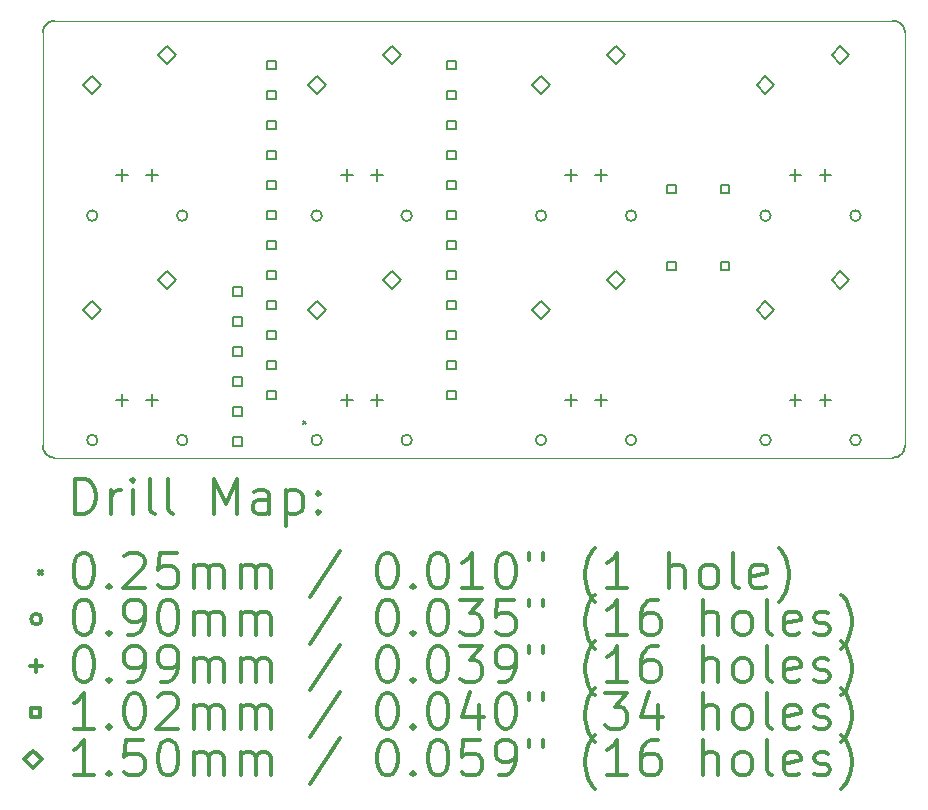
<source format=gbr>
%FSLAX45Y45*%
G04 Gerber Fmt 4.5, Leading zero omitted, Abs format (unit mm)*
G04 Created by KiCad (PCBNEW 5.0.2-bee76a0~70~ubuntu18.04.1) date Tue 19 Mar 2019 03:09:48 PM EDT*
%MOMM*%
%LPD*%
G01*
G04 APERTURE LIST*
%ADD10C,0.100000*%
%ADD11C,0.200000*%
%ADD12C,0.300000*%
G04 APERTURE END LIST*
D10*
X12100000Y-10500000D02*
X19200000Y-10500000D01*
X12000000Y-6900000D02*
X12000000Y-10400000D01*
D11*
X12100000Y-10500000D02*
G75*
G02X12000000Y-10400000I0J100000D01*
G01*
D10*
X19200000Y-6800000D02*
X12100000Y-6800000D01*
X19300000Y-10400000D02*
X19300000Y-6900000D01*
D11*
X19200000Y-6800000D02*
G75*
G02X19300000Y-6900000I0J-100000D01*
G01*
X19300000Y-10400000D02*
G75*
G02X19200000Y-10500000I-100000J0D01*
G01*
X12000000Y-6900000D02*
G75*
G02X12100000Y-6800000I100000J0D01*
G01*
D11*
X14204080Y-10187030D02*
X14229480Y-10212430D01*
X14229480Y-10187030D02*
X14204080Y-10212430D01*
X18163958Y-10350000D02*
G75*
G03X18163958Y-10350000I-44958J0D01*
G01*
X18925958Y-10350000D02*
G75*
G03X18925958Y-10350000I-44958J0D01*
G01*
X14363958Y-10350000D02*
G75*
G03X14363958Y-10350000I-44958J0D01*
G01*
X15125958Y-10350000D02*
G75*
G03X15125958Y-10350000I-44958J0D01*
G01*
X16263958Y-10350000D02*
G75*
G03X16263958Y-10350000I-44958J0D01*
G01*
X17025958Y-10350000D02*
G75*
G03X17025958Y-10350000I-44958J0D01*
G01*
X12463958Y-10350000D02*
G75*
G03X12463958Y-10350000I-44958J0D01*
G01*
X13225958Y-10350000D02*
G75*
G03X13225958Y-10350000I-44958J0D01*
G01*
X16263958Y-8450000D02*
G75*
G03X16263958Y-8450000I-44958J0D01*
G01*
X17025958Y-8450000D02*
G75*
G03X17025958Y-8450000I-44958J0D01*
G01*
X14363958Y-8450000D02*
G75*
G03X14363958Y-8450000I-44958J0D01*
G01*
X15125958Y-8450000D02*
G75*
G03X15125958Y-8450000I-44958J0D01*
G01*
X18163958Y-8450000D02*
G75*
G03X18163958Y-8450000I-44958J0D01*
G01*
X18925958Y-8450000D02*
G75*
G03X18925958Y-8450000I-44958J0D01*
G01*
X12463958Y-8450000D02*
G75*
G03X12463958Y-8450000I-44958J0D01*
G01*
X13225958Y-8450000D02*
G75*
G03X13225958Y-8450000I-44958J0D01*
G01*
X12673000Y-8058470D02*
X12673000Y-8157530D01*
X12623470Y-8108000D02*
X12722530Y-8108000D01*
X12927000Y-8058470D02*
X12927000Y-8157530D01*
X12877470Y-8108000D02*
X12976530Y-8108000D01*
X18373000Y-9958470D02*
X18373000Y-10057530D01*
X18323470Y-10008000D02*
X18422530Y-10008000D01*
X18627000Y-9958470D02*
X18627000Y-10057530D01*
X18577470Y-10008000D02*
X18676530Y-10008000D01*
X14573000Y-9958470D02*
X14573000Y-10057530D01*
X14523470Y-10008000D02*
X14622530Y-10008000D01*
X14827000Y-9958470D02*
X14827000Y-10057530D01*
X14777470Y-10008000D02*
X14876530Y-10008000D01*
X18373000Y-8058470D02*
X18373000Y-8157530D01*
X18323470Y-8108000D02*
X18422530Y-8108000D01*
X18627000Y-8058470D02*
X18627000Y-8157530D01*
X18577470Y-8108000D02*
X18676530Y-8108000D01*
X16473000Y-8058470D02*
X16473000Y-8157530D01*
X16423470Y-8108000D02*
X16522530Y-8108000D01*
X16727000Y-8058470D02*
X16727000Y-8157530D01*
X16677470Y-8108000D02*
X16776530Y-8108000D01*
X12673000Y-9958470D02*
X12673000Y-10057530D01*
X12623470Y-10008000D02*
X12722530Y-10008000D01*
X12927000Y-9958470D02*
X12927000Y-10057530D01*
X12877470Y-10008000D02*
X12976530Y-10008000D01*
X16473000Y-9958470D02*
X16473000Y-10057530D01*
X16423470Y-10008000D02*
X16522530Y-10008000D01*
X16727000Y-9958470D02*
X16727000Y-10057530D01*
X16677470Y-10008000D02*
X16776530Y-10008000D01*
X14573000Y-8058470D02*
X14573000Y-8157530D01*
X14523470Y-8108000D02*
X14622530Y-8108000D01*
X14827000Y-8058470D02*
X14827000Y-8157530D01*
X14777470Y-8108000D02*
X14876530Y-8108000D01*
X13973921Y-7211921D02*
X13973921Y-7140079D01*
X13902079Y-7140079D01*
X13902079Y-7211921D01*
X13973921Y-7211921D01*
X13973921Y-7465921D02*
X13973921Y-7394079D01*
X13902079Y-7394079D01*
X13902079Y-7465921D01*
X13973921Y-7465921D01*
X13973921Y-7719921D02*
X13973921Y-7648079D01*
X13902079Y-7648079D01*
X13902079Y-7719921D01*
X13973921Y-7719921D01*
X13973921Y-7973921D02*
X13973921Y-7902079D01*
X13902079Y-7902079D01*
X13902079Y-7973921D01*
X13973921Y-7973921D01*
X13973921Y-8227921D02*
X13973921Y-8156079D01*
X13902079Y-8156079D01*
X13902079Y-8227921D01*
X13973921Y-8227921D01*
X13973921Y-8481921D02*
X13973921Y-8410079D01*
X13902079Y-8410079D01*
X13902079Y-8481921D01*
X13973921Y-8481921D01*
X13973921Y-8735921D02*
X13973921Y-8664079D01*
X13902079Y-8664079D01*
X13902079Y-8735921D01*
X13973921Y-8735921D01*
X13973921Y-8989921D02*
X13973921Y-8918079D01*
X13902079Y-8918079D01*
X13902079Y-8989921D01*
X13973921Y-8989921D01*
X13973921Y-9243921D02*
X13973921Y-9172079D01*
X13902079Y-9172079D01*
X13902079Y-9243921D01*
X13973921Y-9243921D01*
X13973921Y-9497921D02*
X13973921Y-9426079D01*
X13902079Y-9426079D01*
X13902079Y-9497921D01*
X13973921Y-9497921D01*
X13973921Y-9751921D02*
X13973921Y-9680079D01*
X13902079Y-9680079D01*
X13902079Y-9751921D01*
X13973921Y-9751921D01*
X13973921Y-10005921D02*
X13973921Y-9934079D01*
X13902079Y-9934079D01*
X13902079Y-10005921D01*
X13973921Y-10005921D01*
X15497921Y-7211921D02*
X15497921Y-7140079D01*
X15426079Y-7140079D01*
X15426079Y-7211921D01*
X15497921Y-7211921D01*
X15497921Y-7465921D02*
X15497921Y-7394079D01*
X15426079Y-7394079D01*
X15426079Y-7465921D01*
X15497921Y-7465921D01*
X15497921Y-7719921D02*
X15497921Y-7648079D01*
X15426079Y-7648079D01*
X15426079Y-7719921D01*
X15497921Y-7719921D01*
X15497921Y-7973921D02*
X15497921Y-7902079D01*
X15426079Y-7902079D01*
X15426079Y-7973921D01*
X15497921Y-7973921D01*
X15497921Y-8227921D02*
X15497921Y-8156079D01*
X15426079Y-8156079D01*
X15426079Y-8227921D01*
X15497921Y-8227921D01*
X15497921Y-8481921D02*
X15497921Y-8410079D01*
X15426079Y-8410079D01*
X15426079Y-8481921D01*
X15497921Y-8481921D01*
X15497921Y-8735921D02*
X15497921Y-8664079D01*
X15426079Y-8664079D01*
X15426079Y-8735921D01*
X15497921Y-8735921D01*
X15497921Y-8989921D02*
X15497921Y-8918079D01*
X15426079Y-8918079D01*
X15426079Y-8989921D01*
X15497921Y-8989921D01*
X15497921Y-9243921D02*
X15497921Y-9172079D01*
X15426079Y-9172079D01*
X15426079Y-9243921D01*
X15497921Y-9243921D01*
X15497921Y-9497921D02*
X15497921Y-9426079D01*
X15426079Y-9426079D01*
X15426079Y-9497921D01*
X15497921Y-9497921D01*
X15497921Y-9751921D02*
X15497921Y-9680079D01*
X15426079Y-9680079D01*
X15426079Y-9751921D01*
X15497921Y-9751921D01*
X15497921Y-10005921D02*
X15497921Y-9934079D01*
X15426079Y-9934079D01*
X15426079Y-10005921D01*
X15497921Y-10005921D01*
X13685921Y-9127921D02*
X13685921Y-9056079D01*
X13614079Y-9056079D01*
X13614079Y-9127921D01*
X13685921Y-9127921D01*
X13685921Y-9381921D02*
X13685921Y-9310079D01*
X13614079Y-9310079D01*
X13614079Y-9381921D01*
X13685921Y-9381921D01*
X13685921Y-9635921D02*
X13685921Y-9564079D01*
X13614079Y-9564079D01*
X13614079Y-9635921D01*
X13685921Y-9635921D01*
X13685921Y-9889921D02*
X13685921Y-9818079D01*
X13614079Y-9818079D01*
X13614079Y-9889921D01*
X13685921Y-9889921D01*
X13685921Y-10143921D02*
X13685921Y-10072079D01*
X13614079Y-10072079D01*
X13614079Y-10143921D01*
X13685921Y-10143921D01*
X13685921Y-10397921D02*
X13685921Y-10326079D01*
X13614079Y-10326079D01*
X13614079Y-10397921D01*
X13685921Y-10397921D01*
X17359861Y-8260801D02*
X17359861Y-8188959D01*
X17288019Y-8188959D01*
X17288019Y-8260801D01*
X17359861Y-8260801D01*
X17359861Y-8911041D02*
X17359861Y-8839199D01*
X17288019Y-8839199D01*
X17288019Y-8911041D01*
X17359861Y-8911041D01*
X17811981Y-8260801D02*
X17811981Y-8188959D01*
X17740139Y-8188959D01*
X17740139Y-8260801D01*
X17811981Y-8260801D01*
X17811981Y-8911041D02*
X17811981Y-8839199D01*
X17740139Y-8839199D01*
X17740139Y-8911041D01*
X17811981Y-8911041D01*
X12419000Y-7420930D02*
X12493930Y-7346000D01*
X12419000Y-7271070D01*
X12344070Y-7346000D01*
X12419000Y-7420930D01*
X13054000Y-7166930D02*
X13128930Y-7092000D01*
X13054000Y-7017070D01*
X12979070Y-7092000D01*
X13054000Y-7166930D01*
X18119000Y-9320930D02*
X18193930Y-9246000D01*
X18119000Y-9171070D01*
X18044070Y-9246000D01*
X18119000Y-9320930D01*
X18754000Y-9066930D02*
X18828930Y-8992000D01*
X18754000Y-8917070D01*
X18679070Y-8992000D01*
X18754000Y-9066930D01*
X14319000Y-9320930D02*
X14393930Y-9246000D01*
X14319000Y-9171070D01*
X14244070Y-9246000D01*
X14319000Y-9320930D01*
X14954000Y-9066930D02*
X15028930Y-8992000D01*
X14954000Y-8917070D01*
X14879070Y-8992000D01*
X14954000Y-9066930D01*
X18119000Y-7420930D02*
X18193930Y-7346000D01*
X18119000Y-7271070D01*
X18044070Y-7346000D01*
X18119000Y-7420930D01*
X18754000Y-7166930D02*
X18828930Y-7092000D01*
X18754000Y-7017070D01*
X18679070Y-7092000D01*
X18754000Y-7166930D01*
X16219000Y-7420930D02*
X16293930Y-7346000D01*
X16219000Y-7271070D01*
X16144070Y-7346000D01*
X16219000Y-7420930D01*
X16854000Y-7166930D02*
X16928930Y-7092000D01*
X16854000Y-7017070D01*
X16779070Y-7092000D01*
X16854000Y-7166930D01*
X12419000Y-9320930D02*
X12493930Y-9246000D01*
X12419000Y-9171070D01*
X12344070Y-9246000D01*
X12419000Y-9320930D01*
X13054000Y-9066930D02*
X13128930Y-8992000D01*
X13054000Y-8917070D01*
X12979070Y-8992000D01*
X13054000Y-9066930D01*
X16219000Y-9320930D02*
X16293930Y-9246000D01*
X16219000Y-9171070D01*
X16144070Y-9246000D01*
X16219000Y-9320930D01*
X16854000Y-9066930D02*
X16928930Y-8992000D01*
X16854000Y-8917070D01*
X16779070Y-8992000D01*
X16854000Y-9066930D01*
X14319000Y-7420930D02*
X14393930Y-7346000D01*
X14319000Y-7271070D01*
X14244070Y-7346000D01*
X14319000Y-7420930D01*
X14954000Y-7166930D02*
X15028930Y-7092000D01*
X14954000Y-7017070D01*
X14879070Y-7092000D01*
X14954000Y-7166930D01*
D12*
X12276428Y-10975714D02*
X12276428Y-10675714D01*
X12347857Y-10675714D01*
X12390714Y-10690000D01*
X12419286Y-10718572D01*
X12433571Y-10747143D01*
X12447857Y-10804286D01*
X12447857Y-10847143D01*
X12433571Y-10904286D01*
X12419286Y-10932857D01*
X12390714Y-10961429D01*
X12347857Y-10975714D01*
X12276428Y-10975714D01*
X12576428Y-10975714D02*
X12576428Y-10775714D01*
X12576428Y-10832857D02*
X12590714Y-10804286D01*
X12605000Y-10790000D01*
X12633571Y-10775714D01*
X12662143Y-10775714D01*
X12762143Y-10975714D02*
X12762143Y-10775714D01*
X12762143Y-10675714D02*
X12747857Y-10690000D01*
X12762143Y-10704286D01*
X12776428Y-10690000D01*
X12762143Y-10675714D01*
X12762143Y-10704286D01*
X12947857Y-10975714D02*
X12919286Y-10961429D01*
X12905000Y-10932857D01*
X12905000Y-10675714D01*
X13105000Y-10975714D02*
X13076428Y-10961429D01*
X13062143Y-10932857D01*
X13062143Y-10675714D01*
X13447857Y-10975714D02*
X13447857Y-10675714D01*
X13547857Y-10890000D01*
X13647857Y-10675714D01*
X13647857Y-10975714D01*
X13919286Y-10975714D02*
X13919286Y-10818572D01*
X13905000Y-10790000D01*
X13876428Y-10775714D01*
X13819286Y-10775714D01*
X13790714Y-10790000D01*
X13919286Y-10961429D02*
X13890714Y-10975714D01*
X13819286Y-10975714D01*
X13790714Y-10961429D01*
X13776428Y-10932857D01*
X13776428Y-10904286D01*
X13790714Y-10875714D01*
X13819286Y-10861429D01*
X13890714Y-10861429D01*
X13919286Y-10847143D01*
X14062143Y-10775714D02*
X14062143Y-11075714D01*
X14062143Y-10790000D02*
X14090714Y-10775714D01*
X14147857Y-10775714D01*
X14176428Y-10790000D01*
X14190714Y-10804286D01*
X14205000Y-10832857D01*
X14205000Y-10918572D01*
X14190714Y-10947143D01*
X14176428Y-10961429D01*
X14147857Y-10975714D01*
X14090714Y-10975714D01*
X14062143Y-10961429D01*
X14333571Y-10947143D02*
X14347857Y-10961429D01*
X14333571Y-10975714D01*
X14319286Y-10961429D01*
X14333571Y-10947143D01*
X14333571Y-10975714D01*
X14333571Y-10790000D02*
X14347857Y-10804286D01*
X14333571Y-10818572D01*
X14319286Y-10804286D01*
X14333571Y-10790000D01*
X14333571Y-10818572D01*
X11964600Y-11457300D02*
X11990000Y-11482700D01*
X11990000Y-11457300D02*
X11964600Y-11482700D01*
X12333571Y-11305714D02*
X12362143Y-11305714D01*
X12390714Y-11320000D01*
X12405000Y-11334286D01*
X12419286Y-11362857D01*
X12433571Y-11420000D01*
X12433571Y-11491429D01*
X12419286Y-11548571D01*
X12405000Y-11577143D01*
X12390714Y-11591429D01*
X12362143Y-11605714D01*
X12333571Y-11605714D01*
X12305000Y-11591429D01*
X12290714Y-11577143D01*
X12276428Y-11548571D01*
X12262143Y-11491429D01*
X12262143Y-11420000D01*
X12276428Y-11362857D01*
X12290714Y-11334286D01*
X12305000Y-11320000D01*
X12333571Y-11305714D01*
X12562143Y-11577143D02*
X12576428Y-11591429D01*
X12562143Y-11605714D01*
X12547857Y-11591429D01*
X12562143Y-11577143D01*
X12562143Y-11605714D01*
X12690714Y-11334286D02*
X12705000Y-11320000D01*
X12733571Y-11305714D01*
X12805000Y-11305714D01*
X12833571Y-11320000D01*
X12847857Y-11334286D01*
X12862143Y-11362857D01*
X12862143Y-11391429D01*
X12847857Y-11434286D01*
X12676428Y-11605714D01*
X12862143Y-11605714D01*
X13133571Y-11305714D02*
X12990714Y-11305714D01*
X12976428Y-11448571D01*
X12990714Y-11434286D01*
X13019286Y-11420000D01*
X13090714Y-11420000D01*
X13119286Y-11434286D01*
X13133571Y-11448571D01*
X13147857Y-11477143D01*
X13147857Y-11548571D01*
X13133571Y-11577143D01*
X13119286Y-11591429D01*
X13090714Y-11605714D01*
X13019286Y-11605714D01*
X12990714Y-11591429D01*
X12976428Y-11577143D01*
X13276428Y-11605714D02*
X13276428Y-11405714D01*
X13276428Y-11434286D02*
X13290714Y-11420000D01*
X13319286Y-11405714D01*
X13362143Y-11405714D01*
X13390714Y-11420000D01*
X13405000Y-11448571D01*
X13405000Y-11605714D01*
X13405000Y-11448571D02*
X13419286Y-11420000D01*
X13447857Y-11405714D01*
X13490714Y-11405714D01*
X13519286Y-11420000D01*
X13533571Y-11448571D01*
X13533571Y-11605714D01*
X13676428Y-11605714D02*
X13676428Y-11405714D01*
X13676428Y-11434286D02*
X13690714Y-11420000D01*
X13719286Y-11405714D01*
X13762143Y-11405714D01*
X13790714Y-11420000D01*
X13805000Y-11448571D01*
X13805000Y-11605714D01*
X13805000Y-11448571D02*
X13819286Y-11420000D01*
X13847857Y-11405714D01*
X13890714Y-11405714D01*
X13919286Y-11420000D01*
X13933571Y-11448571D01*
X13933571Y-11605714D01*
X14519286Y-11291429D02*
X14262143Y-11677143D01*
X14905000Y-11305714D02*
X14933571Y-11305714D01*
X14962143Y-11320000D01*
X14976428Y-11334286D01*
X14990714Y-11362857D01*
X15005000Y-11420000D01*
X15005000Y-11491429D01*
X14990714Y-11548571D01*
X14976428Y-11577143D01*
X14962143Y-11591429D01*
X14933571Y-11605714D01*
X14905000Y-11605714D01*
X14876428Y-11591429D01*
X14862143Y-11577143D01*
X14847857Y-11548571D01*
X14833571Y-11491429D01*
X14833571Y-11420000D01*
X14847857Y-11362857D01*
X14862143Y-11334286D01*
X14876428Y-11320000D01*
X14905000Y-11305714D01*
X15133571Y-11577143D02*
X15147857Y-11591429D01*
X15133571Y-11605714D01*
X15119286Y-11591429D01*
X15133571Y-11577143D01*
X15133571Y-11605714D01*
X15333571Y-11305714D02*
X15362143Y-11305714D01*
X15390714Y-11320000D01*
X15405000Y-11334286D01*
X15419286Y-11362857D01*
X15433571Y-11420000D01*
X15433571Y-11491429D01*
X15419286Y-11548571D01*
X15405000Y-11577143D01*
X15390714Y-11591429D01*
X15362143Y-11605714D01*
X15333571Y-11605714D01*
X15305000Y-11591429D01*
X15290714Y-11577143D01*
X15276428Y-11548571D01*
X15262143Y-11491429D01*
X15262143Y-11420000D01*
X15276428Y-11362857D01*
X15290714Y-11334286D01*
X15305000Y-11320000D01*
X15333571Y-11305714D01*
X15719286Y-11605714D02*
X15547857Y-11605714D01*
X15633571Y-11605714D02*
X15633571Y-11305714D01*
X15605000Y-11348571D01*
X15576428Y-11377143D01*
X15547857Y-11391429D01*
X15905000Y-11305714D02*
X15933571Y-11305714D01*
X15962143Y-11320000D01*
X15976428Y-11334286D01*
X15990714Y-11362857D01*
X16005000Y-11420000D01*
X16005000Y-11491429D01*
X15990714Y-11548571D01*
X15976428Y-11577143D01*
X15962143Y-11591429D01*
X15933571Y-11605714D01*
X15905000Y-11605714D01*
X15876428Y-11591429D01*
X15862143Y-11577143D01*
X15847857Y-11548571D01*
X15833571Y-11491429D01*
X15833571Y-11420000D01*
X15847857Y-11362857D01*
X15862143Y-11334286D01*
X15876428Y-11320000D01*
X15905000Y-11305714D01*
X16119286Y-11305714D02*
X16119286Y-11362857D01*
X16233571Y-11305714D02*
X16233571Y-11362857D01*
X16676428Y-11720000D02*
X16662143Y-11705714D01*
X16633571Y-11662857D01*
X16619286Y-11634286D01*
X16605000Y-11591429D01*
X16590714Y-11520000D01*
X16590714Y-11462857D01*
X16605000Y-11391429D01*
X16619286Y-11348571D01*
X16633571Y-11320000D01*
X16662143Y-11277143D01*
X16676428Y-11262857D01*
X16947857Y-11605714D02*
X16776428Y-11605714D01*
X16862143Y-11605714D02*
X16862143Y-11305714D01*
X16833571Y-11348571D01*
X16805000Y-11377143D01*
X16776428Y-11391429D01*
X17305000Y-11605714D02*
X17305000Y-11305714D01*
X17433571Y-11605714D02*
X17433571Y-11448571D01*
X17419286Y-11420000D01*
X17390714Y-11405714D01*
X17347857Y-11405714D01*
X17319286Y-11420000D01*
X17305000Y-11434286D01*
X17619286Y-11605714D02*
X17590714Y-11591429D01*
X17576428Y-11577143D01*
X17562143Y-11548571D01*
X17562143Y-11462857D01*
X17576428Y-11434286D01*
X17590714Y-11420000D01*
X17619286Y-11405714D01*
X17662143Y-11405714D01*
X17690714Y-11420000D01*
X17705000Y-11434286D01*
X17719286Y-11462857D01*
X17719286Y-11548571D01*
X17705000Y-11577143D01*
X17690714Y-11591429D01*
X17662143Y-11605714D01*
X17619286Y-11605714D01*
X17890714Y-11605714D02*
X17862143Y-11591429D01*
X17847857Y-11562857D01*
X17847857Y-11305714D01*
X18119286Y-11591429D02*
X18090714Y-11605714D01*
X18033571Y-11605714D01*
X18005000Y-11591429D01*
X17990714Y-11562857D01*
X17990714Y-11448571D01*
X18005000Y-11420000D01*
X18033571Y-11405714D01*
X18090714Y-11405714D01*
X18119286Y-11420000D01*
X18133571Y-11448571D01*
X18133571Y-11477143D01*
X17990714Y-11505714D01*
X18233571Y-11720000D02*
X18247857Y-11705714D01*
X18276428Y-11662857D01*
X18290714Y-11634286D01*
X18305000Y-11591429D01*
X18319286Y-11520000D01*
X18319286Y-11462857D01*
X18305000Y-11391429D01*
X18290714Y-11348571D01*
X18276428Y-11320000D01*
X18247857Y-11277143D01*
X18233571Y-11262857D01*
X11990000Y-11866000D02*
G75*
G03X11990000Y-11866000I-44958J0D01*
G01*
X12333571Y-11701714D02*
X12362143Y-11701714D01*
X12390714Y-11716000D01*
X12405000Y-11730286D01*
X12419286Y-11758857D01*
X12433571Y-11816000D01*
X12433571Y-11887429D01*
X12419286Y-11944571D01*
X12405000Y-11973143D01*
X12390714Y-11987429D01*
X12362143Y-12001714D01*
X12333571Y-12001714D01*
X12305000Y-11987429D01*
X12290714Y-11973143D01*
X12276428Y-11944571D01*
X12262143Y-11887429D01*
X12262143Y-11816000D01*
X12276428Y-11758857D01*
X12290714Y-11730286D01*
X12305000Y-11716000D01*
X12333571Y-11701714D01*
X12562143Y-11973143D02*
X12576428Y-11987429D01*
X12562143Y-12001714D01*
X12547857Y-11987429D01*
X12562143Y-11973143D01*
X12562143Y-12001714D01*
X12719286Y-12001714D02*
X12776428Y-12001714D01*
X12805000Y-11987429D01*
X12819286Y-11973143D01*
X12847857Y-11930286D01*
X12862143Y-11873143D01*
X12862143Y-11758857D01*
X12847857Y-11730286D01*
X12833571Y-11716000D01*
X12805000Y-11701714D01*
X12747857Y-11701714D01*
X12719286Y-11716000D01*
X12705000Y-11730286D01*
X12690714Y-11758857D01*
X12690714Y-11830286D01*
X12705000Y-11858857D01*
X12719286Y-11873143D01*
X12747857Y-11887429D01*
X12805000Y-11887429D01*
X12833571Y-11873143D01*
X12847857Y-11858857D01*
X12862143Y-11830286D01*
X13047857Y-11701714D02*
X13076428Y-11701714D01*
X13105000Y-11716000D01*
X13119286Y-11730286D01*
X13133571Y-11758857D01*
X13147857Y-11816000D01*
X13147857Y-11887429D01*
X13133571Y-11944571D01*
X13119286Y-11973143D01*
X13105000Y-11987429D01*
X13076428Y-12001714D01*
X13047857Y-12001714D01*
X13019286Y-11987429D01*
X13005000Y-11973143D01*
X12990714Y-11944571D01*
X12976428Y-11887429D01*
X12976428Y-11816000D01*
X12990714Y-11758857D01*
X13005000Y-11730286D01*
X13019286Y-11716000D01*
X13047857Y-11701714D01*
X13276428Y-12001714D02*
X13276428Y-11801714D01*
X13276428Y-11830286D02*
X13290714Y-11816000D01*
X13319286Y-11801714D01*
X13362143Y-11801714D01*
X13390714Y-11816000D01*
X13405000Y-11844571D01*
X13405000Y-12001714D01*
X13405000Y-11844571D02*
X13419286Y-11816000D01*
X13447857Y-11801714D01*
X13490714Y-11801714D01*
X13519286Y-11816000D01*
X13533571Y-11844571D01*
X13533571Y-12001714D01*
X13676428Y-12001714D02*
X13676428Y-11801714D01*
X13676428Y-11830286D02*
X13690714Y-11816000D01*
X13719286Y-11801714D01*
X13762143Y-11801714D01*
X13790714Y-11816000D01*
X13805000Y-11844571D01*
X13805000Y-12001714D01*
X13805000Y-11844571D02*
X13819286Y-11816000D01*
X13847857Y-11801714D01*
X13890714Y-11801714D01*
X13919286Y-11816000D01*
X13933571Y-11844571D01*
X13933571Y-12001714D01*
X14519286Y-11687429D02*
X14262143Y-12073143D01*
X14905000Y-11701714D02*
X14933571Y-11701714D01*
X14962143Y-11716000D01*
X14976428Y-11730286D01*
X14990714Y-11758857D01*
X15005000Y-11816000D01*
X15005000Y-11887429D01*
X14990714Y-11944571D01*
X14976428Y-11973143D01*
X14962143Y-11987429D01*
X14933571Y-12001714D01*
X14905000Y-12001714D01*
X14876428Y-11987429D01*
X14862143Y-11973143D01*
X14847857Y-11944571D01*
X14833571Y-11887429D01*
X14833571Y-11816000D01*
X14847857Y-11758857D01*
X14862143Y-11730286D01*
X14876428Y-11716000D01*
X14905000Y-11701714D01*
X15133571Y-11973143D02*
X15147857Y-11987429D01*
X15133571Y-12001714D01*
X15119286Y-11987429D01*
X15133571Y-11973143D01*
X15133571Y-12001714D01*
X15333571Y-11701714D02*
X15362143Y-11701714D01*
X15390714Y-11716000D01*
X15405000Y-11730286D01*
X15419286Y-11758857D01*
X15433571Y-11816000D01*
X15433571Y-11887429D01*
X15419286Y-11944571D01*
X15405000Y-11973143D01*
X15390714Y-11987429D01*
X15362143Y-12001714D01*
X15333571Y-12001714D01*
X15305000Y-11987429D01*
X15290714Y-11973143D01*
X15276428Y-11944571D01*
X15262143Y-11887429D01*
X15262143Y-11816000D01*
X15276428Y-11758857D01*
X15290714Y-11730286D01*
X15305000Y-11716000D01*
X15333571Y-11701714D01*
X15533571Y-11701714D02*
X15719286Y-11701714D01*
X15619286Y-11816000D01*
X15662143Y-11816000D01*
X15690714Y-11830286D01*
X15705000Y-11844571D01*
X15719286Y-11873143D01*
X15719286Y-11944571D01*
X15705000Y-11973143D01*
X15690714Y-11987429D01*
X15662143Y-12001714D01*
X15576428Y-12001714D01*
X15547857Y-11987429D01*
X15533571Y-11973143D01*
X15990714Y-11701714D02*
X15847857Y-11701714D01*
X15833571Y-11844571D01*
X15847857Y-11830286D01*
X15876428Y-11816000D01*
X15947857Y-11816000D01*
X15976428Y-11830286D01*
X15990714Y-11844571D01*
X16005000Y-11873143D01*
X16005000Y-11944571D01*
X15990714Y-11973143D01*
X15976428Y-11987429D01*
X15947857Y-12001714D01*
X15876428Y-12001714D01*
X15847857Y-11987429D01*
X15833571Y-11973143D01*
X16119286Y-11701714D02*
X16119286Y-11758857D01*
X16233571Y-11701714D02*
X16233571Y-11758857D01*
X16676428Y-12116000D02*
X16662143Y-12101714D01*
X16633571Y-12058857D01*
X16619286Y-12030286D01*
X16605000Y-11987429D01*
X16590714Y-11916000D01*
X16590714Y-11858857D01*
X16605000Y-11787429D01*
X16619286Y-11744571D01*
X16633571Y-11716000D01*
X16662143Y-11673143D01*
X16676428Y-11658857D01*
X16947857Y-12001714D02*
X16776428Y-12001714D01*
X16862143Y-12001714D02*
X16862143Y-11701714D01*
X16833571Y-11744571D01*
X16805000Y-11773143D01*
X16776428Y-11787429D01*
X17205000Y-11701714D02*
X17147857Y-11701714D01*
X17119286Y-11716000D01*
X17105000Y-11730286D01*
X17076428Y-11773143D01*
X17062143Y-11830286D01*
X17062143Y-11944571D01*
X17076428Y-11973143D01*
X17090714Y-11987429D01*
X17119286Y-12001714D01*
X17176428Y-12001714D01*
X17205000Y-11987429D01*
X17219286Y-11973143D01*
X17233571Y-11944571D01*
X17233571Y-11873143D01*
X17219286Y-11844571D01*
X17205000Y-11830286D01*
X17176428Y-11816000D01*
X17119286Y-11816000D01*
X17090714Y-11830286D01*
X17076428Y-11844571D01*
X17062143Y-11873143D01*
X17590714Y-12001714D02*
X17590714Y-11701714D01*
X17719286Y-12001714D02*
X17719286Y-11844571D01*
X17705000Y-11816000D01*
X17676428Y-11801714D01*
X17633571Y-11801714D01*
X17605000Y-11816000D01*
X17590714Y-11830286D01*
X17905000Y-12001714D02*
X17876428Y-11987429D01*
X17862143Y-11973143D01*
X17847857Y-11944571D01*
X17847857Y-11858857D01*
X17862143Y-11830286D01*
X17876428Y-11816000D01*
X17905000Y-11801714D01*
X17947857Y-11801714D01*
X17976428Y-11816000D01*
X17990714Y-11830286D01*
X18005000Y-11858857D01*
X18005000Y-11944571D01*
X17990714Y-11973143D01*
X17976428Y-11987429D01*
X17947857Y-12001714D01*
X17905000Y-12001714D01*
X18176428Y-12001714D02*
X18147857Y-11987429D01*
X18133571Y-11958857D01*
X18133571Y-11701714D01*
X18405000Y-11987429D02*
X18376428Y-12001714D01*
X18319286Y-12001714D01*
X18290714Y-11987429D01*
X18276428Y-11958857D01*
X18276428Y-11844571D01*
X18290714Y-11816000D01*
X18319286Y-11801714D01*
X18376428Y-11801714D01*
X18405000Y-11816000D01*
X18419286Y-11844571D01*
X18419286Y-11873143D01*
X18276428Y-11901714D01*
X18533571Y-11987429D02*
X18562143Y-12001714D01*
X18619286Y-12001714D01*
X18647857Y-11987429D01*
X18662143Y-11958857D01*
X18662143Y-11944571D01*
X18647857Y-11916000D01*
X18619286Y-11901714D01*
X18576428Y-11901714D01*
X18547857Y-11887429D01*
X18533571Y-11858857D01*
X18533571Y-11844571D01*
X18547857Y-11816000D01*
X18576428Y-11801714D01*
X18619286Y-11801714D01*
X18647857Y-11816000D01*
X18762143Y-12116000D02*
X18776428Y-12101714D01*
X18805000Y-12058857D01*
X18819286Y-12030286D01*
X18833571Y-11987429D01*
X18847857Y-11916000D01*
X18847857Y-11858857D01*
X18833571Y-11787429D01*
X18819286Y-11744571D01*
X18805000Y-11716000D01*
X18776428Y-11673143D01*
X18762143Y-11658857D01*
X11940470Y-12212470D02*
X11940470Y-12311530D01*
X11890940Y-12262000D02*
X11990000Y-12262000D01*
X12333571Y-12097714D02*
X12362143Y-12097714D01*
X12390714Y-12112000D01*
X12405000Y-12126286D01*
X12419286Y-12154857D01*
X12433571Y-12212000D01*
X12433571Y-12283429D01*
X12419286Y-12340571D01*
X12405000Y-12369143D01*
X12390714Y-12383429D01*
X12362143Y-12397714D01*
X12333571Y-12397714D01*
X12305000Y-12383429D01*
X12290714Y-12369143D01*
X12276428Y-12340571D01*
X12262143Y-12283429D01*
X12262143Y-12212000D01*
X12276428Y-12154857D01*
X12290714Y-12126286D01*
X12305000Y-12112000D01*
X12333571Y-12097714D01*
X12562143Y-12369143D02*
X12576428Y-12383429D01*
X12562143Y-12397714D01*
X12547857Y-12383429D01*
X12562143Y-12369143D01*
X12562143Y-12397714D01*
X12719286Y-12397714D02*
X12776428Y-12397714D01*
X12805000Y-12383429D01*
X12819286Y-12369143D01*
X12847857Y-12326286D01*
X12862143Y-12269143D01*
X12862143Y-12154857D01*
X12847857Y-12126286D01*
X12833571Y-12112000D01*
X12805000Y-12097714D01*
X12747857Y-12097714D01*
X12719286Y-12112000D01*
X12705000Y-12126286D01*
X12690714Y-12154857D01*
X12690714Y-12226286D01*
X12705000Y-12254857D01*
X12719286Y-12269143D01*
X12747857Y-12283429D01*
X12805000Y-12283429D01*
X12833571Y-12269143D01*
X12847857Y-12254857D01*
X12862143Y-12226286D01*
X13005000Y-12397714D02*
X13062143Y-12397714D01*
X13090714Y-12383429D01*
X13105000Y-12369143D01*
X13133571Y-12326286D01*
X13147857Y-12269143D01*
X13147857Y-12154857D01*
X13133571Y-12126286D01*
X13119286Y-12112000D01*
X13090714Y-12097714D01*
X13033571Y-12097714D01*
X13005000Y-12112000D01*
X12990714Y-12126286D01*
X12976428Y-12154857D01*
X12976428Y-12226286D01*
X12990714Y-12254857D01*
X13005000Y-12269143D01*
X13033571Y-12283429D01*
X13090714Y-12283429D01*
X13119286Y-12269143D01*
X13133571Y-12254857D01*
X13147857Y-12226286D01*
X13276428Y-12397714D02*
X13276428Y-12197714D01*
X13276428Y-12226286D02*
X13290714Y-12212000D01*
X13319286Y-12197714D01*
X13362143Y-12197714D01*
X13390714Y-12212000D01*
X13405000Y-12240571D01*
X13405000Y-12397714D01*
X13405000Y-12240571D02*
X13419286Y-12212000D01*
X13447857Y-12197714D01*
X13490714Y-12197714D01*
X13519286Y-12212000D01*
X13533571Y-12240571D01*
X13533571Y-12397714D01*
X13676428Y-12397714D02*
X13676428Y-12197714D01*
X13676428Y-12226286D02*
X13690714Y-12212000D01*
X13719286Y-12197714D01*
X13762143Y-12197714D01*
X13790714Y-12212000D01*
X13805000Y-12240571D01*
X13805000Y-12397714D01*
X13805000Y-12240571D02*
X13819286Y-12212000D01*
X13847857Y-12197714D01*
X13890714Y-12197714D01*
X13919286Y-12212000D01*
X13933571Y-12240571D01*
X13933571Y-12397714D01*
X14519286Y-12083429D02*
X14262143Y-12469143D01*
X14905000Y-12097714D02*
X14933571Y-12097714D01*
X14962143Y-12112000D01*
X14976428Y-12126286D01*
X14990714Y-12154857D01*
X15005000Y-12212000D01*
X15005000Y-12283429D01*
X14990714Y-12340571D01*
X14976428Y-12369143D01*
X14962143Y-12383429D01*
X14933571Y-12397714D01*
X14905000Y-12397714D01*
X14876428Y-12383429D01*
X14862143Y-12369143D01*
X14847857Y-12340571D01*
X14833571Y-12283429D01*
X14833571Y-12212000D01*
X14847857Y-12154857D01*
X14862143Y-12126286D01*
X14876428Y-12112000D01*
X14905000Y-12097714D01*
X15133571Y-12369143D02*
X15147857Y-12383429D01*
X15133571Y-12397714D01*
X15119286Y-12383429D01*
X15133571Y-12369143D01*
X15133571Y-12397714D01*
X15333571Y-12097714D02*
X15362143Y-12097714D01*
X15390714Y-12112000D01*
X15405000Y-12126286D01*
X15419286Y-12154857D01*
X15433571Y-12212000D01*
X15433571Y-12283429D01*
X15419286Y-12340571D01*
X15405000Y-12369143D01*
X15390714Y-12383429D01*
X15362143Y-12397714D01*
X15333571Y-12397714D01*
X15305000Y-12383429D01*
X15290714Y-12369143D01*
X15276428Y-12340571D01*
X15262143Y-12283429D01*
X15262143Y-12212000D01*
X15276428Y-12154857D01*
X15290714Y-12126286D01*
X15305000Y-12112000D01*
X15333571Y-12097714D01*
X15533571Y-12097714D02*
X15719286Y-12097714D01*
X15619286Y-12212000D01*
X15662143Y-12212000D01*
X15690714Y-12226286D01*
X15705000Y-12240571D01*
X15719286Y-12269143D01*
X15719286Y-12340571D01*
X15705000Y-12369143D01*
X15690714Y-12383429D01*
X15662143Y-12397714D01*
X15576428Y-12397714D01*
X15547857Y-12383429D01*
X15533571Y-12369143D01*
X15862143Y-12397714D02*
X15919286Y-12397714D01*
X15947857Y-12383429D01*
X15962143Y-12369143D01*
X15990714Y-12326286D01*
X16005000Y-12269143D01*
X16005000Y-12154857D01*
X15990714Y-12126286D01*
X15976428Y-12112000D01*
X15947857Y-12097714D01*
X15890714Y-12097714D01*
X15862143Y-12112000D01*
X15847857Y-12126286D01*
X15833571Y-12154857D01*
X15833571Y-12226286D01*
X15847857Y-12254857D01*
X15862143Y-12269143D01*
X15890714Y-12283429D01*
X15947857Y-12283429D01*
X15976428Y-12269143D01*
X15990714Y-12254857D01*
X16005000Y-12226286D01*
X16119286Y-12097714D02*
X16119286Y-12154857D01*
X16233571Y-12097714D02*
X16233571Y-12154857D01*
X16676428Y-12512000D02*
X16662143Y-12497714D01*
X16633571Y-12454857D01*
X16619286Y-12426286D01*
X16605000Y-12383429D01*
X16590714Y-12312000D01*
X16590714Y-12254857D01*
X16605000Y-12183429D01*
X16619286Y-12140571D01*
X16633571Y-12112000D01*
X16662143Y-12069143D01*
X16676428Y-12054857D01*
X16947857Y-12397714D02*
X16776428Y-12397714D01*
X16862143Y-12397714D02*
X16862143Y-12097714D01*
X16833571Y-12140571D01*
X16805000Y-12169143D01*
X16776428Y-12183429D01*
X17205000Y-12097714D02*
X17147857Y-12097714D01*
X17119286Y-12112000D01*
X17105000Y-12126286D01*
X17076428Y-12169143D01*
X17062143Y-12226286D01*
X17062143Y-12340571D01*
X17076428Y-12369143D01*
X17090714Y-12383429D01*
X17119286Y-12397714D01*
X17176428Y-12397714D01*
X17205000Y-12383429D01*
X17219286Y-12369143D01*
X17233571Y-12340571D01*
X17233571Y-12269143D01*
X17219286Y-12240571D01*
X17205000Y-12226286D01*
X17176428Y-12212000D01*
X17119286Y-12212000D01*
X17090714Y-12226286D01*
X17076428Y-12240571D01*
X17062143Y-12269143D01*
X17590714Y-12397714D02*
X17590714Y-12097714D01*
X17719286Y-12397714D02*
X17719286Y-12240571D01*
X17705000Y-12212000D01*
X17676428Y-12197714D01*
X17633571Y-12197714D01*
X17605000Y-12212000D01*
X17590714Y-12226286D01*
X17905000Y-12397714D02*
X17876428Y-12383429D01*
X17862143Y-12369143D01*
X17847857Y-12340571D01*
X17847857Y-12254857D01*
X17862143Y-12226286D01*
X17876428Y-12212000D01*
X17905000Y-12197714D01*
X17947857Y-12197714D01*
X17976428Y-12212000D01*
X17990714Y-12226286D01*
X18005000Y-12254857D01*
X18005000Y-12340571D01*
X17990714Y-12369143D01*
X17976428Y-12383429D01*
X17947857Y-12397714D01*
X17905000Y-12397714D01*
X18176428Y-12397714D02*
X18147857Y-12383429D01*
X18133571Y-12354857D01*
X18133571Y-12097714D01*
X18405000Y-12383429D02*
X18376428Y-12397714D01*
X18319286Y-12397714D01*
X18290714Y-12383429D01*
X18276428Y-12354857D01*
X18276428Y-12240571D01*
X18290714Y-12212000D01*
X18319286Y-12197714D01*
X18376428Y-12197714D01*
X18405000Y-12212000D01*
X18419286Y-12240571D01*
X18419286Y-12269143D01*
X18276428Y-12297714D01*
X18533571Y-12383429D02*
X18562143Y-12397714D01*
X18619286Y-12397714D01*
X18647857Y-12383429D01*
X18662143Y-12354857D01*
X18662143Y-12340571D01*
X18647857Y-12312000D01*
X18619286Y-12297714D01*
X18576428Y-12297714D01*
X18547857Y-12283429D01*
X18533571Y-12254857D01*
X18533571Y-12240571D01*
X18547857Y-12212000D01*
X18576428Y-12197714D01*
X18619286Y-12197714D01*
X18647857Y-12212000D01*
X18762143Y-12512000D02*
X18776428Y-12497714D01*
X18805000Y-12454857D01*
X18819286Y-12426286D01*
X18833571Y-12383429D01*
X18847857Y-12312000D01*
X18847857Y-12254857D01*
X18833571Y-12183429D01*
X18819286Y-12140571D01*
X18805000Y-12112000D01*
X18776428Y-12069143D01*
X18762143Y-12054857D01*
X11975121Y-12693921D02*
X11975121Y-12622079D01*
X11903278Y-12622079D01*
X11903278Y-12693921D01*
X11975121Y-12693921D01*
X12433571Y-12793714D02*
X12262143Y-12793714D01*
X12347857Y-12793714D02*
X12347857Y-12493714D01*
X12319286Y-12536571D01*
X12290714Y-12565143D01*
X12262143Y-12579429D01*
X12562143Y-12765143D02*
X12576428Y-12779429D01*
X12562143Y-12793714D01*
X12547857Y-12779429D01*
X12562143Y-12765143D01*
X12562143Y-12793714D01*
X12762143Y-12493714D02*
X12790714Y-12493714D01*
X12819286Y-12508000D01*
X12833571Y-12522286D01*
X12847857Y-12550857D01*
X12862143Y-12608000D01*
X12862143Y-12679429D01*
X12847857Y-12736571D01*
X12833571Y-12765143D01*
X12819286Y-12779429D01*
X12790714Y-12793714D01*
X12762143Y-12793714D01*
X12733571Y-12779429D01*
X12719286Y-12765143D01*
X12705000Y-12736571D01*
X12690714Y-12679429D01*
X12690714Y-12608000D01*
X12705000Y-12550857D01*
X12719286Y-12522286D01*
X12733571Y-12508000D01*
X12762143Y-12493714D01*
X12976428Y-12522286D02*
X12990714Y-12508000D01*
X13019286Y-12493714D01*
X13090714Y-12493714D01*
X13119286Y-12508000D01*
X13133571Y-12522286D01*
X13147857Y-12550857D01*
X13147857Y-12579429D01*
X13133571Y-12622286D01*
X12962143Y-12793714D01*
X13147857Y-12793714D01*
X13276428Y-12793714D02*
X13276428Y-12593714D01*
X13276428Y-12622286D02*
X13290714Y-12608000D01*
X13319286Y-12593714D01*
X13362143Y-12593714D01*
X13390714Y-12608000D01*
X13405000Y-12636571D01*
X13405000Y-12793714D01*
X13405000Y-12636571D02*
X13419286Y-12608000D01*
X13447857Y-12593714D01*
X13490714Y-12593714D01*
X13519286Y-12608000D01*
X13533571Y-12636571D01*
X13533571Y-12793714D01*
X13676428Y-12793714D02*
X13676428Y-12593714D01*
X13676428Y-12622286D02*
X13690714Y-12608000D01*
X13719286Y-12593714D01*
X13762143Y-12593714D01*
X13790714Y-12608000D01*
X13805000Y-12636571D01*
X13805000Y-12793714D01*
X13805000Y-12636571D02*
X13819286Y-12608000D01*
X13847857Y-12593714D01*
X13890714Y-12593714D01*
X13919286Y-12608000D01*
X13933571Y-12636571D01*
X13933571Y-12793714D01*
X14519286Y-12479429D02*
X14262143Y-12865143D01*
X14905000Y-12493714D02*
X14933571Y-12493714D01*
X14962143Y-12508000D01*
X14976428Y-12522286D01*
X14990714Y-12550857D01*
X15005000Y-12608000D01*
X15005000Y-12679429D01*
X14990714Y-12736571D01*
X14976428Y-12765143D01*
X14962143Y-12779429D01*
X14933571Y-12793714D01*
X14905000Y-12793714D01*
X14876428Y-12779429D01*
X14862143Y-12765143D01*
X14847857Y-12736571D01*
X14833571Y-12679429D01*
X14833571Y-12608000D01*
X14847857Y-12550857D01*
X14862143Y-12522286D01*
X14876428Y-12508000D01*
X14905000Y-12493714D01*
X15133571Y-12765143D02*
X15147857Y-12779429D01*
X15133571Y-12793714D01*
X15119286Y-12779429D01*
X15133571Y-12765143D01*
X15133571Y-12793714D01*
X15333571Y-12493714D02*
X15362143Y-12493714D01*
X15390714Y-12508000D01*
X15405000Y-12522286D01*
X15419286Y-12550857D01*
X15433571Y-12608000D01*
X15433571Y-12679429D01*
X15419286Y-12736571D01*
X15405000Y-12765143D01*
X15390714Y-12779429D01*
X15362143Y-12793714D01*
X15333571Y-12793714D01*
X15305000Y-12779429D01*
X15290714Y-12765143D01*
X15276428Y-12736571D01*
X15262143Y-12679429D01*
X15262143Y-12608000D01*
X15276428Y-12550857D01*
X15290714Y-12522286D01*
X15305000Y-12508000D01*
X15333571Y-12493714D01*
X15690714Y-12593714D02*
X15690714Y-12793714D01*
X15619286Y-12479429D02*
X15547857Y-12693714D01*
X15733571Y-12693714D01*
X15905000Y-12493714D02*
X15933571Y-12493714D01*
X15962143Y-12508000D01*
X15976428Y-12522286D01*
X15990714Y-12550857D01*
X16005000Y-12608000D01*
X16005000Y-12679429D01*
X15990714Y-12736571D01*
X15976428Y-12765143D01*
X15962143Y-12779429D01*
X15933571Y-12793714D01*
X15905000Y-12793714D01*
X15876428Y-12779429D01*
X15862143Y-12765143D01*
X15847857Y-12736571D01*
X15833571Y-12679429D01*
X15833571Y-12608000D01*
X15847857Y-12550857D01*
X15862143Y-12522286D01*
X15876428Y-12508000D01*
X15905000Y-12493714D01*
X16119286Y-12493714D02*
X16119286Y-12550857D01*
X16233571Y-12493714D02*
X16233571Y-12550857D01*
X16676428Y-12908000D02*
X16662143Y-12893714D01*
X16633571Y-12850857D01*
X16619286Y-12822286D01*
X16605000Y-12779429D01*
X16590714Y-12708000D01*
X16590714Y-12650857D01*
X16605000Y-12579429D01*
X16619286Y-12536571D01*
X16633571Y-12508000D01*
X16662143Y-12465143D01*
X16676428Y-12450857D01*
X16762143Y-12493714D02*
X16947857Y-12493714D01*
X16847857Y-12608000D01*
X16890714Y-12608000D01*
X16919286Y-12622286D01*
X16933571Y-12636571D01*
X16947857Y-12665143D01*
X16947857Y-12736571D01*
X16933571Y-12765143D01*
X16919286Y-12779429D01*
X16890714Y-12793714D01*
X16805000Y-12793714D01*
X16776428Y-12779429D01*
X16762143Y-12765143D01*
X17205000Y-12593714D02*
X17205000Y-12793714D01*
X17133571Y-12479429D02*
X17062143Y-12693714D01*
X17247857Y-12693714D01*
X17590714Y-12793714D02*
X17590714Y-12493714D01*
X17719286Y-12793714D02*
X17719286Y-12636571D01*
X17705000Y-12608000D01*
X17676428Y-12593714D01*
X17633571Y-12593714D01*
X17605000Y-12608000D01*
X17590714Y-12622286D01*
X17905000Y-12793714D02*
X17876428Y-12779429D01*
X17862143Y-12765143D01*
X17847857Y-12736571D01*
X17847857Y-12650857D01*
X17862143Y-12622286D01*
X17876428Y-12608000D01*
X17905000Y-12593714D01*
X17947857Y-12593714D01*
X17976428Y-12608000D01*
X17990714Y-12622286D01*
X18005000Y-12650857D01*
X18005000Y-12736571D01*
X17990714Y-12765143D01*
X17976428Y-12779429D01*
X17947857Y-12793714D01*
X17905000Y-12793714D01*
X18176428Y-12793714D02*
X18147857Y-12779429D01*
X18133571Y-12750857D01*
X18133571Y-12493714D01*
X18405000Y-12779429D02*
X18376428Y-12793714D01*
X18319286Y-12793714D01*
X18290714Y-12779429D01*
X18276428Y-12750857D01*
X18276428Y-12636571D01*
X18290714Y-12608000D01*
X18319286Y-12593714D01*
X18376428Y-12593714D01*
X18405000Y-12608000D01*
X18419286Y-12636571D01*
X18419286Y-12665143D01*
X18276428Y-12693714D01*
X18533571Y-12779429D02*
X18562143Y-12793714D01*
X18619286Y-12793714D01*
X18647857Y-12779429D01*
X18662143Y-12750857D01*
X18662143Y-12736571D01*
X18647857Y-12708000D01*
X18619286Y-12693714D01*
X18576428Y-12693714D01*
X18547857Y-12679429D01*
X18533571Y-12650857D01*
X18533571Y-12636571D01*
X18547857Y-12608000D01*
X18576428Y-12593714D01*
X18619286Y-12593714D01*
X18647857Y-12608000D01*
X18762143Y-12908000D02*
X18776428Y-12893714D01*
X18805000Y-12850857D01*
X18819286Y-12822286D01*
X18833571Y-12779429D01*
X18847857Y-12708000D01*
X18847857Y-12650857D01*
X18833571Y-12579429D01*
X18819286Y-12536571D01*
X18805000Y-12508000D01*
X18776428Y-12465143D01*
X18762143Y-12450857D01*
X11915070Y-13128930D02*
X11990000Y-13054000D01*
X11915070Y-12979070D01*
X11840140Y-13054000D01*
X11915070Y-13128930D01*
X12433571Y-13189714D02*
X12262143Y-13189714D01*
X12347857Y-13189714D02*
X12347857Y-12889714D01*
X12319286Y-12932571D01*
X12290714Y-12961143D01*
X12262143Y-12975429D01*
X12562143Y-13161143D02*
X12576428Y-13175429D01*
X12562143Y-13189714D01*
X12547857Y-13175429D01*
X12562143Y-13161143D01*
X12562143Y-13189714D01*
X12847857Y-12889714D02*
X12705000Y-12889714D01*
X12690714Y-13032571D01*
X12705000Y-13018286D01*
X12733571Y-13004000D01*
X12805000Y-13004000D01*
X12833571Y-13018286D01*
X12847857Y-13032571D01*
X12862143Y-13061143D01*
X12862143Y-13132571D01*
X12847857Y-13161143D01*
X12833571Y-13175429D01*
X12805000Y-13189714D01*
X12733571Y-13189714D01*
X12705000Y-13175429D01*
X12690714Y-13161143D01*
X13047857Y-12889714D02*
X13076428Y-12889714D01*
X13105000Y-12904000D01*
X13119286Y-12918286D01*
X13133571Y-12946857D01*
X13147857Y-13004000D01*
X13147857Y-13075429D01*
X13133571Y-13132571D01*
X13119286Y-13161143D01*
X13105000Y-13175429D01*
X13076428Y-13189714D01*
X13047857Y-13189714D01*
X13019286Y-13175429D01*
X13005000Y-13161143D01*
X12990714Y-13132571D01*
X12976428Y-13075429D01*
X12976428Y-13004000D01*
X12990714Y-12946857D01*
X13005000Y-12918286D01*
X13019286Y-12904000D01*
X13047857Y-12889714D01*
X13276428Y-13189714D02*
X13276428Y-12989714D01*
X13276428Y-13018286D02*
X13290714Y-13004000D01*
X13319286Y-12989714D01*
X13362143Y-12989714D01*
X13390714Y-13004000D01*
X13405000Y-13032571D01*
X13405000Y-13189714D01*
X13405000Y-13032571D02*
X13419286Y-13004000D01*
X13447857Y-12989714D01*
X13490714Y-12989714D01*
X13519286Y-13004000D01*
X13533571Y-13032571D01*
X13533571Y-13189714D01*
X13676428Y-13189714D02*
X13676428Y-12989714D01*
X13676428Y-13018286D02*
X13690714Y-13004000D01*
X13719286Y-12989714D01*
X13762143Y-12989714D01*
X13790714Y-13004000D01*
X13805000Y-13032571D01*
X13805000Y-13189714D01*
X13805000Y-13032571D02*
X13819286Y-13004000D01*
X13847857Y-12989714D01*
X13890714Y-12989714D01*
X13919286Y-13004000D01*
X13933571Y-13032571D01*
X13933571Y-13189714D01*
X14519286Y-12875429D02*
X14262143Y-13261143D01*
X14905000Y-12889714D02*
X14933571Y-12889714D01*
X14962143Y-12904000D01*
X14976428Y-12918286D01*
X14990714Y-12946857D01*
X15005000Y-13004000D01*
X15005000Y-13075429D01*
X14990714Y-13132571D01*
X14976428Y-13161143D01*
X14962143Y-13175429D01*
X14933571Y-13189714D01*
X14905000Y-13189714D01*
X14876428Y-13175429D01*
X14862143Y-13161143D01*
X14847857Y-13132571D01*
X14833571Y-13075429D01*
X14833571Y-13004000D01*
X14847857Y-12946857D01*
X14862143Y-12918286D01*
X14876428Y-12904000D01*
X14905000Y-12889714D01*
X15133571Y-13161143D02*
X15147857Y-13175429D01*
X15133571Y-13189714D01*
X15119286Y-13175429D01*
X15133571Y-13161143D01*
X15133571Y-13189714D01*
X15333571Y-12889714D02*
X15362143Y-12889714D01*
X15390714Y-12904000D01*
X15405000Y-12918286D01*
X15419286Y-12946857D01*
X15433571Y-13004000D01*
X15433571Y-13075429D01*
X15419286Y-13132571D01*
X15405000Y-13161143D01*
X15390714Y-13175429D01*
X15362143Y-13189714D01*
X15333571Y-13189714D01*
X15305000Y-13175429D01*
X15290714Y-13161143D01*
X15276428Y-13132571D01*
X15262143Y-13075429D01*
X15262143Y-13004000D01*
X15276428Y-12946857D01*
X15290714Y-12918286D01*
X15305000Y-12904000D01*
X15333571Y-12889714D01*
X15705000Y-12889714D02*
X15562143Y-12889714D01*
X15547857Y-13032571D01*
X15562143Y-13018286D01*
X15590714Y-13004000D01*
X15662143Y-13004000D01*
X15690714Y-13018286D01*
X15705000Y-13032571D01*
X15719286Y-13061143D01*
X15719286Y-13132571D01*
X15705000Y-13161143D01*
X15690714Y-13175429D01*
X15662143Y-13189714D01*
X15590714Y-13189714D01*
X15562143Y-13175429D01*
X15547857Y-13161143D01*
X15862143Y-13189714D02*
X15919286Y-13189714D01*
X15947857Y-13175429D01*
X15962143Y-13161143D01*
X15990714Y-13118286D01*
X16005000Y-13061143D01*
X16005000Y-12946857D01*
X15990714Y-12918286D01*
X15976428Y-12904000D01*
X15947857Y-12889714D01*
X15890714Y-12889714D01*
X15862143Y-12904000D01*
X15847857Y-12918286D01*
X15833571Y-12946857D01*
X15833571Y-13018286D01*
X15847857Y-13046857D01*
X15862143Y-13061143D01*
X15890714Y-13075429D01*
X15947857Y-13075429D01*
X15976428Y-13061143D01*
X15990714Y-13046857D01*
X16005000Y-13018286D01*
X16119286Y-12889714D02*
X16119286Y-12946857D01*
X16233571Y-12889714D02*
X16233571Y-12946857D01*
X16676428Y-13304000D02*
X16662143Y-13289714D01*
X16633571Y-13246857D01*
X16619286Y-13218286D01*
X16605000Y-13175429D01*
X16590714Y-13104000D01*
X16590714Y-13046857D01*
X16605000Y-12975429D01*
X16619286Y-12932571D01*
X16633571Y-12904000D01*
X16662143Y-12861143D01*
X16676428Y-12846857D01*
X16947857Y-13189714D02*
X16776428Y-13189714D01*
X16862143Y-13189714D02*
X16862143Y-12889714D01*
X16833571Y-12932571D01*
X16805000Y-12961143D01*
X16776428Y-12975429D01*
X17205000Y-12889714D02*
X17147857Y-12889714D01*
X17119286Y-12904000D01*
X17105000Y-12918286D01*
X17076428Y-12961143D01*
X17062143Y-13018286D01*
X17062143Y-13132571D01*
X17076428Y-13161143D01*
X17090714Y-13175429D01*
X17119286Y-13189714D01*
X17176428Y-13189714D01*
X17205000Y-13175429D01*
X17219286Y-13161143D01*
X17233571Y-13132571D01*
X17233571Y-13061143D01*
X17219286Y-13032571D01*
X17205000Y-13018286D01*
X17176428Y-13004000D01*
X17119286Y-13004000D01*
X17090714Y-13018286D01*
X17076428Y-13032571D01*
X17062143Y-13061143D01*
X17590714Y-13189714D02*
X17590714Y-12889714D01*
X17719286Y-13189714D02*
X17719286Y-13032571D01*
X17705000Y-13004000D01*
X17676428Y-12989714D01*
X17633571Y-12989714D01*
X17605000Y-13004000D01*
X17590714Y-13018286D01*
X17905000Y-13189714D02*
X17876428Y-13175429D01*
X17862143Y-13161143D01*
X17847857Y-13132571D01*
X17847857Y-13046857D01*
X17862143Y-13018286D01*
X17876428Y-13004000D01*
X17905000Y-12989714D01*
X17947857Y-12989714D01*
X17976428Y-13004000D01*
X17990714Y-13018286D01*
X18005000Y-13046857D01*
X18005000Y-13132571D01*
X17990714Y-13161143D01*
X17976428Y-13175429D01*
X17947857Y-13189714D01*
X17905000Y-13189714D01*
X18176428Y-13189714D02*
X18147857Y-13175429D01*
X18133571Y-13146857D01*
X18133571Y-12889714D01*
X18405000Y-13175429D02*
X18376428Y-13189714D01*
X18319286Y-13189714D01*
X18290714Y-13175429D01*
X18276428Y-13146857D01*
X18276428Y-13032571D01*
X18290714Y-13004000D01*
X18319286Y-12989714D01*
X18376428Y-12989714D01*
X18405000Y-13004000D01*
X18419286Y-13032571D01*
X18419286Y-13061143D01*
X18276428Y-13089714D01*
X18533571Y-13175429D02*
X18562143Y-13189714D01*
X18619286Y-13189714D01*
X18647857Y-13175429D01*
X18662143Y-13146857D01*
X18662143Y-13132571D01*
X18647857Y-13104000D01*
X18619286Y-13089714D01*
X18576428Y-13089714D01*
X18547857Y-13075429D01*
X18533571Y-13046857D01*
X18533571Y-13032571D01*
X18547857Y-13004000D01*
X18576428Y-12989714D01*
X18619286Y-12989714D01*
X18647857Y-13004000D01*
X18762143Y-13304000D02*
X18776428Y-13289714D01*
X18805000Y-13246857D01*
X18819286Y-13218286D01*
X18833571Y-13175429D01*
X18847857Y-13104000D01*
X18847857Y-13046857D01*
X18833571Y-12975429D01*
X18819286Y-12932571D01*
X18805000Y-12904000D01*
X18776428Y-12861143D01*
X18762143Y-12846857D01*
M02*

</source>
